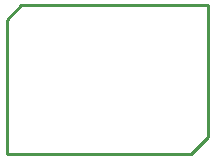
<source format=gko>
G04 Layer: BoardOutlineLayer*
G04 EasyEDA v6.5.5, 2022-07-15 14:42:27*
G04 2642ab15f52d4cf38600742e9c2e641c,d87ca97578a24c0188edd79bd05468ec,10*
G04 Gerber Generator version 0.2*
G04 Scale: 100 percent, Rotated: No, Reflected: No *
G04 Dimensions in millimeters *
G04 leading zeros omitted , absolute positions ,4 integer and 5 decimal *
%FSLAX45Y45*%
%MOMM*%

%ADD10C,0.2540*%
D10*
X-876300Y482600D02*
G01*
X-750315Y609600D01*
X825500Y609600D01*
X825500Y-508000D01*
X685800Y-647700D01*
X-876300Y-647700D01*
X-876300Y482600D01*

%LPD*%
M02*

</source>
